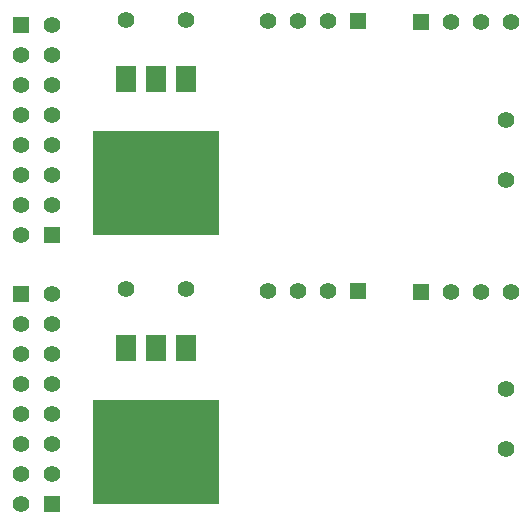
<source format=gbs>
G04 (created by PCBNEW (2013-may-18)-stable) date Сб 10 янв 2015 20:32:16*
%MOIN*%
G04 Gerber Fmt 3.4, Leading zero omitted, Abs format*
%FSLAX34Y34*%
G01*
G70*
G90*
G04 APERTURE LIST*
%ADD10C,0.00590551*%
%ADD11R,0.055X0.055*%
%ADD12C,0.055*%
%ADD13R,0.42X0.35*%
%ADD14R,0.07X0.09*%
G04 APERTURE END LIST*
G54D10*
G54D11*
X14011Y-10078D03*
G54D12*
X15011Y-10078D03*
X16011Y-10078D03*
X17011Y-10078D03*
G54D11*
X669Y-10161D03*
G54D12*
X669Y-11161D03*
X669Y-12161D03*
X669Y-13161D03*
X669Y-14161D03*
X669Y-15161D03*
X669Y-16161D03*
X669Y-17161D03*
G54D11*
X1692Y-17161D03*
G54D12*
X1692Y-16161D03*
X1692Y-15161D03*
X1692Y-14161D03*
X1692Y-13161D03*
X1692Y-12161D03*
X1692Y-11161D03*
X1692Y-10161D03*
X16850Y-13330D03*
X16850Y-15330D03*
X4157Y-10000D03*
X6157Y-10000D03*
G54D13*
X5157Y-15418D03*
G54D14*
X5157Y-11968D03*
X4157Y-11968D03*
X6157Y-11968D03*
G54D11*
X11893Y-10039D03*
G54D12*
X10893Y-10039D03*
X9893Y-10039D03*
X8893Y-10039D03*
G54D11*
X11893Y-1062D03*
G54D12*
X10893Y-1062D03*
X9893Y-1062D03*
X8893Y-1062D03*
G54D13*
X5157Y-6442D03*
G54D14*
X5157Y-2992D03*
X4157Y-2992D03*
X6157Y-2992D03*
G54D12*
X4157Y-1023D03*
X6157Y-1023D03*
X16850Y-4354D03*
X16850Y-6354D03*
G54D11*
X1692Y-8185D03*
G54D12*
X1692Y-7185D03*
X1692Y-6185D03*
X1692Y-5185D03*
X1692Y-4185D03*
X1692Y-3185D03*
X1692Y-2185D03*
X1692Y-1185D03*
G54D11*
X669Y-1185D03*
G54D12*
X669Y-2185D03*
X669Y-3185D03*
X669Y-4185D03*
X669Y-5185D03*
X669Y-6185D03*
X669Y-7185D03*
X669Y-8185D03*
G54D11*
X14011Y-1102D03*
G54D12*
X15011Y-1102D03*
X16011Y-1102D03*
X17011Y-1102D03*
M02*

</source>
